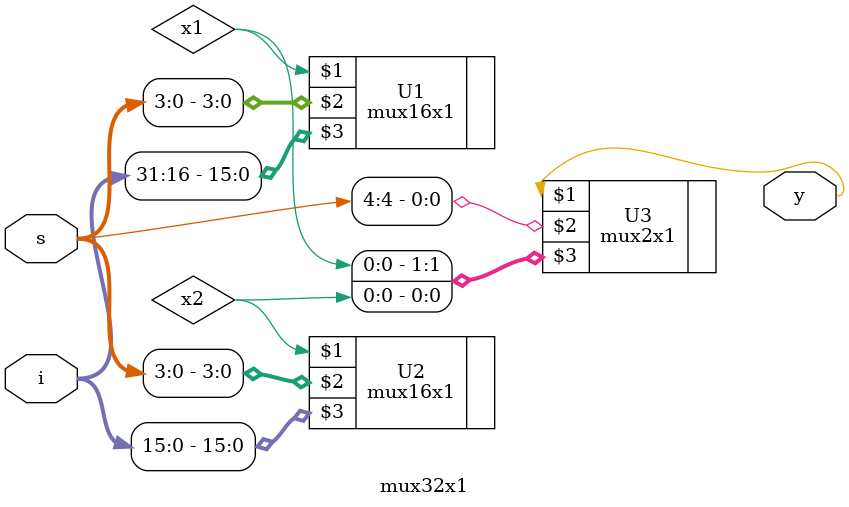
<source format=sv>
module mux32x1(y, s, i);
input [31:0] i;
input [4:0] s;
output y;

// Built using 16x1 and 2x1 muxes
mux16x1 U1 (x1, s[3:0], i[31:16]);
mux16x1 U2 (x2, s[3:0], i[15:0]);
mux2x1  U3 (y,  s[4], {x1, x2});

endmodule
</source>
